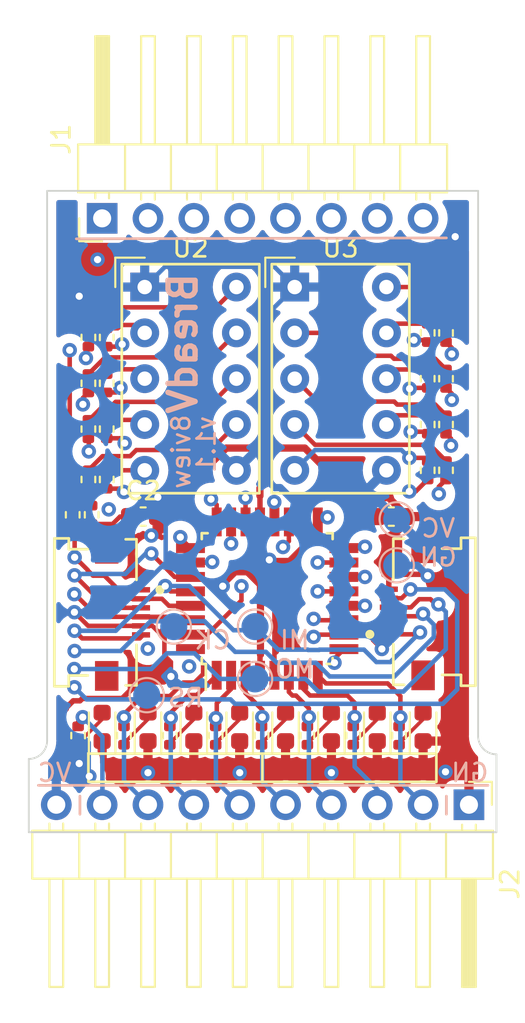
<source format=kicad_pcb>
(kicad_pcb (version 20211014) (generator pcbnew)
  (layers (0 "F.Cu" signal) (1 "In1.Cu" signal) (2 "In2.Cu" signal) (31 "B.Cu" signal) (34 "B.Paste" user) (35 "F.Paste" user) (36 "B.SilkS" user "B.Silkscreen") (37 "F.SilkS" user "F.Silkscreen") (38 "B.Mask" user) (39 "F.Mask" user) (44 "Edge.Cuts" user))
  (net 0 "")
  (net 1 "/in0")
  (net 2 "/in1")
  (net 3 "/in2")
  (net 4 "/in3")
  (net 5 "/in4")
  (net 6 "/in5")
  (net 7 "/in6")
  (net 8 "/in7")
  (net 9 "+5V")
  (net 10 "GND")
  (net 11 "Net-(R9-Pad2)")
  (net 12 "/ISP_MISO")
  (net 13 "/ISP_SCK")
  (net 14 "/ISP_MOSI")
  (net 15 "/ISP_RST")
  (net 16 "Net-(D1-Pad2)")
  (net 17 "Net-(D2-Pad2)")
  (net 18 "Net-(D3-Pad2)")
  (net 19 "Net-(D4-Pad2)")
  (net 20 "Net-(D5-Pad2)")
  (net 21 "Net-(D6-Pad2)")
  (net 22 "Net-(D7-Pad2)")
  (net 23 "Net-(D8-Pad2)")
  (net 24 "Net-(R11-Pad2)")
  (net 25 "Net-(R12-Pad2)")
  (net 26 "Net-(R13-Pad2)")
  (net 27 "Net-(R14-Pad2)")
  (net 28 "Net-(R15-Pad2)")
  (net 29 "Net-(R16-Pad2)")
  (net 30 "Net-(R17-Pad2)")
  (net 31 "Net-(R18-Pad2)")
  (net 32 "Net-(R19-Pad2)")
  (net 33 "Net-(R20-Pad2)")
  (net 34 "Net-(R21-Pad2)")
  (net 35 "Net-(R22-Pad2)")
  (net 36 "Net-(R23-Pad2)")
  (net 37 "Net-(R24-Pad2)")
  (net 38 "Net-(R25-Pad2)")
  (net 39 "/D1_I1")
  (net 40 "/D1_I2")
  (net 41 "/D1_I3")
  (net 42 "/D1_I4")
  (net 43 "/D1_I5")
  (net 44 "/D1_I6")
  (net 45 "/D1_I7")
  (net 46 "/D1_I8")
  (net 47 "/D2_I1")
  (net 48 "/D2_I2")
  (net 49 "/D2_I3")
  (net 50 "/D2_I4")
  (net 51 "/D2_I5")
  (net 52 "/D2_I6")
  (net 53 "/D2_I7")
  (net 54 "/D2_I8")
  (net 55 "Net-(R26-Pad2)")
  (footprint "Resistor_SMD:R_0402_1005Metric" (layer "F.Cu") (at 137.668 127.508 90)
    (fp_text reference "R12" hide)
    (fp_text value "1k" hide)
  )
  (footprint "Resistor_SMD:R_0402_1005Metric" (layer "F.Cu") (at 137.668 130.048 90)
    (fp_text reference "R13" hide)
    (fp_text value "1k" hide)
  )
  (footprint "Connector_PinHeader_2.54mm:PinHeader_1x08_P2.54mm_Horizontal" (layer "F.Cu") (at 138.43 118.364 90)
    (fp_text reference "J1")
    (fp_text value "Conn_01x10_Female")
  )
  (footprint "LED_SMD:LED_0603_1608Metric" (layer "F.Cu") (at 146.05 146.558 90)
    (fp_text reference "D4" hide)
    (fp_text value "GREEN" hide)
  )
  (footprint "Resistor_SMD:R_0402_1005Metric" (layer "F.Cu") (at 149.8 147.04 90)
    (fp_text reference "R6" hide)
    (fp_text value "1k5" hide)
  )
  (footprint "Display_7Segment:HDSP-A151" (layer "F.Cu") (at 140.7885 122.174)
    (fp_text reference "U2")
    (fp_text value "HDSP-A151" hide)
  )
  (footprint "Package_QFP:TQFP-32_7x7mm_P0.8mm" (layer "F.Cu") (at 147.574 139.446 90)
    (fp_text reference "U1" hide)
    (fp_text value "ATtiny828-A")
  )
  (footprint "Resistor_SMD:R_0402_1005Metric" (layer "F.Cu") (at 157.48 129.794 90)
    (fp_text reference "R25" hide)
    (fp_text value "1k" hide)
  )
  (footprint "Resistor_SMD:R_0402_1005Metric" (layer "F.Cu") (at 157.48 132.334 90)
    (fp_text reference "R23" hide)
    (fp_text value "1k" hide)
  )
  (footprint "Resistor_SMD:R_0402_1005Metric" (layer "F.Cu") (at 156.464 127.254 90)
    (fp_text reference "R21" hide)
    (fp_text value "1k" hide)
  )
  (footprint "Resistor_SMD:R_0402_1005Metric" (layer "F.Cu") (at 157.48 127.254 90)
    (fp_text reference "R24" hide)
    (fp_text value "1k" hide)
  )
  (footprint "Resistor_SMD:R_0402_1005Metric" (layer "F.Cu") (at 152.34 147.038 90)
    (fp_text reference "R7" hide)
    (fp_text value "1k5" hide)
  )
  (footprint "Resistor_SMD:R_0402_1005Metric" (layer "F.Cu") (at 154.88 147.04 90)
    (fp_text reference "R8" hide)
    (fp_text value "1k5" hide)
  )
  (footprint "ffc:Molex-54550-0671-Manufacturer_Recommended" (layer "F.Cu") (at 139.633998 140.208 -90)
    (fp_text reference "J4" hide)
    (fp_text value "Conn_01x06_Female" hide)
  )
  (footprint "Resistor_SMD:R_0402_1005Metric" (layer "F.Cu") (at 156.464 129.794 90)
    (fp_text reference "R26" hide)
    (fp_text value "1k" hide)
  )
  (footprint "Resistor_SMD:R_0402_1005Metric" (layer "F.Cu") (at 137.668 124.968 90)
    (fp_text reference "R11" hide)
    (fp_text value "1k" hide)
  )
  (footprint "LED_SMD:LED_0603_1608Metric" (layer "F.Cu") (at 138.43 146.558 90)
    (fp_text reference "D1" hide)
    (fp_text value "GREEN" hide)
  )
  (footprint "Resistor_SMD:R_0402_1005Metric" (layer "F.Cu") (at 137.1 147.04 90)
    (fp_text reference "R1" hide)
    (fp_text value "1k5" hide)
  )
  (footprint "Resistor_SMD:R_0402_1005Metric" (layer "F.Cu") (at 157.48 124.714 90)
    (fp_text reference "R19" hide)
    (fp_text value "1k" hide)
  )
  (footprint "Resistor_SMD:R_0402_1005Metric" (layer "F.Cu") (at 136.8 134.8 -90)
    (fp_text reference "R10" hide)
    (fp_text value "1k5" hide)
  )
  (footprint "ffc:Molex-54550-0671-Manufacturer_Recommended" (layer "F.Cu") (at 155.260002 140.176999 90)
    (fp_text reference "J3" hide)
    (fp_text value "Conn_01x06_Female" hide)
  )
  (footprint "Resistor_SMD:R_0402_1005Metric" (layer "F.Cu") (at 139.64 147.038 90)
    (fp_text reference "R2" hide)
    (fp_text value "1k5" hide)
  )
  (footprint "Resistor_SMD:R_0402_1005Metric" (layer "F.Cu") (at 156.464 124.714 90)
    (fp_text reference "R20" hide)
    (fp_text value "1k" hide)
  )
  (footprint "LED_SMD:LED_0603_1608Metric" (layer "F.Cu") (at 148.59 146.558 90)
    (fp_text reference "D5" hide)
    (fp_text value "RED" hide)
  )
  (footprint "Resistor_SMD:R_0402_1005Metric" (layer "F.Cu") (at 144.72 147.04 90)
    (fp_text reference "R4" hide)
    (fp_text value "1k5" hide)
  )
  (footprint "Display_7Segment:HDSP-A151" (layer "F.Cu") (at 149.098 122.174)
    (fp_text reference "U3")
    (fp_text value "HDSP-A151" hide)
  )
  (footprint "Resistor_SMD:R_0402_1005Metric" (layer "F.Cu") (at 138.684 127.508 90)
    (fp_text reference "R17" hide)
    (fp_text value "1k" hide)
  )
  (footprint "Resistor_SMD:R_0402_1005Metric" (layer "F.Cu") (at 138.684 132.842 90)
    (fp_text reference "R14" hide)
    (fp_text value "1k" hide)
  )
  (footprint "Resistor_SMD:R_0402_1005Metric" (layer "F.Cu") (at 138.684 124.968 90)
    (fp_text reference "R16" hide)
    (fp_text value "1k" hide)
  )
  (footprint "Resistor_SMD:R_0402_1005Metric" (layer "F.Cu") (at 147.26 147.04 90)
    (fp_text reference "R5" hide)
    (fp_text value "1k5" hide)
  )
  (footprint "LED_SMD:LED_0603_1608Metric" (layer "F.Cu") (at 151.13 146.558 90)
    (fp_text reference "D6" hide)
    (fp_text value "RED" hide)
  )
  (footprint "Resistor_SMD:R_0402_1005Metric" (layer "F.Cu") (at 142.18 147.04 90)
    (fp_text reference "R3" hide)
    (fp_text value "1k5" hide)
  )
  (footprint "Resistor_SMD:R_0402_1005Metric" (layer "F.Cu") (at 156.464 132.334 90)
    (fp_text reference "R22" hide)
    (fp_text value "1k" hide)
  )
  (footprint "LED_SMD:LED_0603_1608Metric" (layer "F.Cu") (at 156.21 146.558 90)
    (fp_text reference "D8" hide)
    (fp_text value "RED" hide)
  )
  (footprint "LED_SMD:LED_0603_1608Metric" (layer "F.Cu") (at 140.97 146.558 90)
    (fp_text reference "D2" hide)
    (fp_text value "GREEN" hide)
  )
  (footprint "Capacitor_SMD:C_0603_1608Metric" (layer "F.Cu") (at 140.7 134.9)
    (fp_text reference "C2")
    (fp_text value "1p")
  )
  (footprint "Capacitor_SMD:C_0603_1608Metric" (layer "F.Cu") (at 154.45 134.9)
    (fp_text reference "C1" hide)
    (fp_text value "1p" hide)
  )
  (footprint "Resistor_SMD:R_0402_1005Metric" (layer "F.Cu") (at 137.668 132.842 90)
    (fp_text reference "R18" hide)
    (fp_text value "1k" hide)
  )
  (footprint "LED_SMD:LED_0603_1608Metric" (layer "F.Cu") (at 143.51 146.558 90)
    (fp_text reference "D3" hide)
    (fp_text value "GREEN" hide)
  )
  (footprint "Resistor_SMD:R_0402_1005Metric" (layer "F.Cu") (at 137.85 134.8 90)
    (fp_text reference "R9" hide)
    (fp_text value "1k5" hide)
  )
  (footprint "LED_SMD:LED_0603_1608Metric" (layer "F.Cu") (at 153.67 146.558 90)
    (fp_text reference "D7" hide)
    (fp_text value "RED" hide)
  )
  (footprint "Resistor_SMD:R_0402_1005Metric" (layer "F.Cu") (at 138.684 130.048 90)
    (fp_text reference "R15" hide)
    (fp_text value "1k" hide)
  )
  (footprint "Connector_PinHeader_2.54mm:PinHeader_1x10_P2.54mm_Horizontal" (layer "F.Cu") (at 158.75 150.876 -90)
    (fp_text reference "J2")
    (fp_text value "Conn_01x10_Female")
  )
  (footprint "TestPoint:TestPoint_Pad_D1.5mm" (layer "B.Cu") (at 154.75 135.05 180)
    (fp_text reference "TP2" hide)
    (fp_text value "TestPoint" hide)
  )
  (footprint "TestPoint:TestPoint_Pad_D1.5mm" (layer "B.Cu") (at 140.9 144.8 180)
    (fp_text reference "TP5" hide)
    (fp_text value "TestPoint" hide)
  )
  (footprint "TestPoint:TestPoint_Pad_D1.5mm" (layer "B.Cu") (at 146.9 143.9 180)
    (fp_text reference "TP4" hide)
    (fp_text value "TestPoint" hide)
  )
  (footprint "TestPoint:TestPoint_Pad_D1.5mm" (layer "B.Cu") (at 154.75 137.6 180)
    (fp_text reference "TP6" hide)
    (fp_text value "TestPoint" hide)
  )
  (footprint "TestPoint:TestPoint_Pad_D1.5mm" (layer "B.Cu") (at 146.9 141 180)
    (fp_text reference "TP1" hide)
    (fp_text value "TestPoint" hide)
  )
  (footprint "TestPoint:TestPoint_Pad_D1.5mm" (layer "B.Cu") (at 142.4 141 180)
    (fp_text reference "TP3" hide)
    (fp_text value "TestPoint" hide)
  )
  (gr_line (start 157.5 150.4) (end 157.5 151.4) (layer "B.SilkS") (width 0.15))
  (gr_line (start 137.2 150.4) (end 137.2 151.4) (layer "B.SilkS") (width 0.15))
  (gr_line (start 137 119.5) (end 157.5 119.45) (layer "B.SilkS") (width 0.15))
  (gr_line (start 135.3 149.8) (end 134.9 149.8) (layer "B.SilkS") (width 0.15))
  (gr_line (start 135.3 149.8) (end 159.8 149.8) (layer "B.SilkS") (width 0.15))
  (gr_rect (start 156.945 148.043) (end 137.668 149.606) (layer "F.SilkS") (width 0.15) (fill none))
  (gr_rect (start 147.3065 148.043) (end 147.3065 149.606) (layer "F.SilkS") (width 0.15) (fill none))
  (gr_line (start 135.382 147.32) (end 135.382 116.84) (layer "Edge.Cuts") (width 0.1))
  (gr_line (start 159.258 116.84) (end 159.258 147.066) (layer "Edge.Cuts") (width 0.1))
  (gr_line (start 135.382 116.84) (end 159.258 116.84) (layer "Edge.Cuts") (width 0.1))
  (gr_line (start 160.274 148.082) (end 160.274 152.4) (layer "Edge.Cuts") (width 0.1))
  (gr_arc (start 160.274 148.082) (mid 159.55558 147.78442) (end 159.258 147.066) (layer "Edge.Cuts") (width 0.1))
  (gr_line (start 134.366 152.4) (end 134.366 148.336) (layer "Edge.Cuts") (width 0.1))
  (gr_line (start 160.274 152.4) (end 134.366 152.4) (layer "Edge.Cuts") (width 0.1))
  (gr_arc (start 135.382 147.32) (mid 135.08442 148.03842) (end 134.366 148.336) (layer "Edge.Cuts") (width 0.1))
  (gr_text "VC" (at 135.8 149.1) (layer "B.SilkS") (effects (font (size 1 1)) (justify mirror)))
  (gr_text "RS" (at 143.05 144.95) (layer "B.SilkS") (effects (font (size 1 1)) (justify mirror)))
  (gr_text "CK" (at 144.55 141.75) (layer "B.SilkS") (effects (font (size 1 1)) (justify mirror)))
  (gr_text "MI\nMO" (at 149.1 142.55) (layer "B.SilkS") (effects (font (size 1 1)) (justify mirror)))
  (gr_text "8view\n" (at 142.8 131.3 90) (layer "B.SilkS") (effects (font (size 1 1)) (justify mirror)))
  (gr_text "VC\nGN" (at 157.05 136.35) (layer "B.SilkS") (effects (font (size 1 1)) (justify mirror)))
  (gr_text "BreadV" (at 142.9 125.3 90) (layer "B.SilkS") (effects (font (size 1.5 1.5) (thickness 0.3)) (justify mirror)))
  (gr_text "GN" (at 158.8 149.1) (layer "B.SilkS") (effects (font (size 1 1)) (justify mirror)))
  (gr_text "v1.1" (at 144.2 130.9 90) (layer "B.SilkS") (effects (font (size 1 1)) (justify mirror)))
  (segment (start 146.1477 138.758772) (end 146.1477 139.5473) (width 0.25) (layer "F.Cu") (net 1))
  (segment (start 137.1 146.277457) (end 137.1 146.53) (width 0.25) (layer "F.Cu") (net 1))
  (segment (start 144.249 141.446) (end 143.324 141.446) (width 0.25) (layer "F.Cu") (net 1))
  (segment (start 146.1477 139.5473) (end 144.249 141.446) (width 0.25) (layer "F.Cu") (net 1))
  (segment (start 137.356128 146.021329) (end 137.1 146.277457) (width 0.25) (layer "F.Cu") (net 1))
  (segment (start 137.186671 146.021329) (end 137.16 146.048) (width 0.25) (layer "F.Cu") (net 1))
  (segment (start 137.356128 146.021329) (end 137.186671 146.021329) (width 0.25) (layer "F.Cu") (net 1))
  (via (at 146.1477 138.758772) (size 0.8) (drill 0.4) (layers "F.Cu" "B.Cu") (net 1))
  (via (at 137.356128 146.021329) (size 0.8) (drill 0.4) (layers "F.Cu" "B.Cu") (net 1))
  (segment (start 138.445 147.110201) (end 138.445 150.032) (width 0.25) (layer "B.Cu") (net 1))
  (segment (start 137.356128 146.021329) (end 138.445 147.110201) (width 0.25) (layer "B.Cu") (net 1))
  (segment (start 143.550305 144.1) (end 144.021802 143.628503) (width 0.25) (layer "F.Cu") (net 2))
  (segment (start 139.64 146.528) (end 139.64 146.03) (width 0.25) (layer "F.Cu") (net 2))
  (segment (start 142.181802 144.85) (end 142.931802 144.1) (width 0.25) (layer "F.Cu") (net 2))
  (segment (start 139.656 146.046) (end 139.7 146.046) (width 0.25) (layer "F.Cu") (net 2))
  (segment (start 144.021802 143.628503) (end 144.021802 142.943802) (width 0.25) (layer "F.Cu") (net 2))
  (segment (start 139.64 146.03) (end 139.656 146.046) (width 0.25) (layer "F.Cu") (net 2))
  (segment (start 139.7 145.796521) (end 140.646521 144.85) (width 0.25) (layer "F.Cu") (net 2))
  (segment (start 139.7 146.046) (end 139.7 145.796521) (width 0.25) (layer "F.Cu") (net 2))
  (segment (start 140.646521 144.85) (end 142.181802 144.85) (width 0.25) (layer "F.Cu") (net 2))
  (segment (start 144.021802 142.943802) (end 143.324 142.246) (width 0.25) (layer "F.Cu") (net 2))
  (segment (start 142.931802 144.1) (end 143.550305 144.1) (width 0.25) (layer "F.Cu") (net 2))
  (via (at 139.64 146.03) (size 0.8) (drill 0.4) (layers "F.Cu" "B.Cu") (net 2))
  (segment (start 139.64 146.03) (end 139.64 149.546) (width 0.25) (layer "B.Cu") (net 2))
  (segment (start 139.64 149.546) (end 140.97 150.876) (width 0.25) (layer "B.Cu") (net 2))
  (segment (start 143.21 144.79) (end 143.68 144.79) (width 0.25) (layer "F.Cu") (net 3))
  (segment (start 143.68 144.79) (end 144.774 143.696) (width 0.25) (layer "F.Cu") (net 3))
  (segment (start 142.23 146.051201) (end 142.18 146.101201) (width 0.25) (layer "F.Cu") (net 3))
  (segment (start 142.23 146.051201) (end 142.23 145.77) (width 0.25) (layer "F.Cu") (net 3))
  (segment (start 142.23 145.77) (end 143.21 144.79) (width 0.25) (layer "F.Cu") (net 3))
  (segment (start 142.18 146.101201) (end 142.18 146.53) (width 0.25) (layer "F.Cu") (net 3))
  (via (at 142.23 146.051201) (size 0.8) (drill 0.4) (layers "F.Cu" "B.Cu") (net 3))
  (segment (start 142.23 149.596) (end 143.51 150.876) (width 0.25) (layer "B.Cu") (net 3))
  (segment (start 142.23 146.051201) (end 142.23 149.596) (width 0.25) (layer "B.Cu") (net 3))
  (segment (start 144.762 146.048) (end 144.73 146.08) (width 0.25) (layer "F.Cu") (net 4))
  (segment (start 145.574 144.456) (end 144.78 145.25) (width 0.25) (layer "F.Cu") (net 4))
  (segment (start 144.78 145.25) (end 144.78 146.048) (width 0.25) (layer "F.Cu") (net 4))
  (segment (start 144.78 146.048) (end 144.762 146.048) (width 0.25) (layer "F.Cu") (net 4))
  (segment (start 144.72 146.09) (end 144.73 146.08) (width 0.25) (layer "F.Cu") (net 4))
  (segment (start 145.574 143.696) (end 145.574 144.456) (width 0.25) (layer "F.Cu") (net 4))
  (segment (start 144.72 146.53) (end 144.72 146.09) (width 0.25) (layer "F.Cu") (net 4))
  (via (at 144.73 146.08) (size 0.8) (drill 0.4) (layers "F.Cu" "B.Cu") (net 4))
  (segment (start 144.73 149.556) (end 146.05 150.876) (width 0.25) (layer "B.Cu") (net 4))
  (segment (start 144.73 146.08) (end 144.73 149.556) (width 0.25) (layer "B.Cu") (net 4))
  (segment (start 147.26 146.53) (end 147.26 146.06) (width 0.25) (layer "F.Cu") (net 5))
  (segment (start 147.3 145.61) (end 146.374 144.684) (width 0.25) (layer "F.Cu") (net 5))
  (segment (start 146.374 144.684) (end 146.374 143.696) (width 0.25) (layer "F.Cu") (net 5))
  (segment (start 147.3 146.02) (end 147.3 145.61) (width 0.25) (layer "F.Cu") (net 5))
  (via (at 147.3 146.02) (size 0.8) (drill 0.4) (layers "F.Cu" "B.Cu") (net 5))
  (segment (start 147.3 149.586) (end 148.59 150.876) (width 0.25) (layer "B.Cu") (net 5))
  (segment (start 147.3 146.02) (end 147.3 149.586) (width 0.25) (layer "B.Cu") (net 5))
  (segment (start 149.881701 146.021701) (end 149.881701 145.531701) (width 0.25) (layer "F.Cu") (net 6))
  (segment (start 149.881701 145.531701) (end 149.171 144.821) (width 0.25) (layer "F.Cu") (net 6))
  (segment (start 148.974 144.821) (end 148.774 144.621) (width 0.25) (layer "F.Cu") (net 6))
  (segment (start 148.774 144.621) (end 148.774 143.696) (width 0.25) (layer "F.Cu") (net 6))
  (segment (start 149.171 144.821) (end 148.974 144.821) (width 0.25) (layer "F.Cu") (net 6))
  (via (at 149.881701 146.021701) (size 0.8) (drill 0.4) (layers "F.Cu" "B.Cu") (net 6))
  (segment (start 149.881701 146.021701) (end 149.881701 149.627701) (width 0.25) (layer "B.Cu") (net 6))
  (segment (start 149.881701 149.627701) (end 151.13 150.876) (width 0.25) (layer "B.Cu") (net 6))
  (segment (start 152.34 146.528) (end 152.34 146.1) (width 0.25) (layer "F.Cu") (net 7))
  (segment (start 152.42 146.02) (end 152.42 145.22) (width 0.25) (layer "F.Cu") (net 7))
  (segment (start 152.4 146.046) (end 152.4 146.04) (width 0.25) (layer "F.Cu") (net 7))
  (segment (start 152.021 144.821) (end 149.945 144.821) (width 0.25) (layer "F.Cu") (net 7))
  (segment (start 149.574 144.45) (end 149.574 143.696) (width 0.25) (layer "F.Cu") (net 7))
  (segment (start 152.34 146.1) (end 152.42 146.02) (width 0.25) (layer "F.Cu") (net 7))
  (segment (start 152.42 145.22) (end 152.021 144.821) (width 0.25) (layer "F.Cu") (net 7))
  (segment (start 149.945 144.821) (end 149.574 144.45) (width 0.25) (layer "F.Cu") (net 7))
  (via (at 152.42 146.02) (size 0.8) (drill 0.4) (layers "F.Cu" "B.Cu") (net 7))
  (segment (start 152.42 146.02) (end 152.42 148.767) (width 0.25) (layer "B.Cu") (net 7))
  (segment (start 152.42 148.767) (end 153.685 150.032) (width 0.25) (layer "B.Cu") (net 7))
  (segment (start 154.951701 146.031701) (end 154.951701 144.851701) (width 0.25) (layer "F.Cu") (net 8))
  (segment (start 150.828 144.15) (end 150.374 143.696) (width 0.25) (layer "F.Cu") (net 8))
  (segment (start 154.88 146.53) (end 154.88 146.103402) (width 0.25) (layer "F.Cu") (net 8))
  (segment (start 154.951701 144.851701) (end 154.25 144.15) (width 0.25) (layer "F.Cu") (net 8))
  (segment (start 154.25 144.15) (end 150.828 144.15) (width 0.25) (layer "F.Cu") (net 8))
  (segment (start 154.88 146.103402) (end 154.951701 146.031701) (width 0.25) (layer "F.Cu") (net 8))
  (via (at 154.951701 146.031701) (size 0.8) (drill 0.4) (layers "F.Cu" "B.Cu") (net 8))
  (segment (start 154.951701 149.617701) (end 156.21 150.876) (width 0.25) (layer "B.Cu") (net 8))
  (segment (start 154.951701 146.031701) (end 154.951701 149.617701) (width 0.25) (layer "B.Cu") (net 8))
  (segment (start 146.479071 137.958772) (end 147.2 138.679701) (width 0.4) (layer "F.Cu") (net 9))
  (segment (start 149.749 134.046) (end 149.754 134.046) (width 0.3) (layer "F.Cu") (net 9))
  (segment (start 148.813952 137.386048) (end 149.6 136.6) (width 0.4) (layer "F.Cu") (net 9))
  (segment (start 136.1 148.34) (end 136.1 145.84) (width 0.4) (layer "F.Cu") (net 9))
  (segment (start 149.574 134.221) (end 149.749 134.046) (width 0.3) (layer "F.Cu") (net 9))
  (segment (start 140.761385 143.764) (end 139.542385 144.983) (width 0.3) (layer "F.Cu") (net 9))
  (segment (start 139.009518 135.31) (end 137.85 135.31) (width 0.25) (layer "F.Cu") (net 9))
  (segment (start 147.691299 137.296701) (end 147.780646 137.386048) (width 0.4) (layer "F.Cu") (net 9))
  (segment (start 149.606 135.228) (end 149.574 135.196) (width 0.25) (layer "F.Cu") (net 9))
  (segment (start 142.24 143.764) (end 140.761385 143.764) (width 0.3) (layer "F.Cu") (net 9))
  (segment (start 150 133.8) (end 150.05 133.8) (width 0.3) (layer "F.Cu") (net 9))
  (segment (start 139.419518 134.9) (end 139.009518 135.31) (width 0.25) (layer "F.Cu") (net 9))
  (segment (start 136.89431 140.199936) (end 137.652374 140.958) (width 0.25) (layer "F.Cu") (net 9))
  (segment (start 147.780646 137.386048) (end 148.813952 137.386048) (width 0.4) (layer "F.Cu") (net 9))
  (segment (start 139.542385 144.983) (end 137.334112 144.983) (width 0.3) (layer "F.Cu") (net 9))
  (segment (start 145.11 138.64) (end 145.65 138.1) (width 0.4) (layer "F.Cu") (net 9))
  (segment (start 153.436 140.95) (end 153.453 140.933) (width 0.25) (layer "F.Cu") (net 9))
  (segment (start 140.116117 134.9) (end 139.925 134.9) (width 0.4) (layer "F.Cu") (net 9))
  (segment (start 141.5155 133.8255) (end 141.190617 133.8255) (width 0.4) (layer "F.Cu") (net 9))
  (segment (start 139.925 134.9) (end 139.419518 134.9) (width 0.25) (layer "F.Cu") (net 9))
  (segment (start 145.11 138.758772) (end 145.11 138.64) (width 0.4) (layer "F.Cu") (net 9))
  (segment (start 136.1 145.84) (end 136.398 145.542) (width 0.4) (layer "F.Cu") (net 9))
  (segment (start 141.211999 140.957999) (end 140.583999 140.957999) (width 0.25) (layer "F.Cu") (net 9))
  (segment (start 142.24 142.960996) (end 141.879502 142.600498) (width 0.25) (layer "F.Cu") (net 9))
  (segment (start 136.827001 145.112999) (end 136.398 145.542) (width 0.3) (layer "F.Cu") (net 9))
  (segment (start 153.436 141.752) (end 153.436 140.95) (width 0.25) (layer "F.Cu") (net 9))
  (segment (start 142.24 143.764) (end 142.24 142.960996) (width 0.25) (layer "F.Cu") (net 9))
  (segment (start 145.65 138.1) (end 145.791228 137.958772) (width 0.4) (layer "F.Cu") (net 9))
  (segment (start 135.89 150.876) (end 135.89 148.55) (width 0.4) (layer "F.Cu") (net 9))
  (segment (start 137.334112 144.983) (end 137.204113 145.112999) (width 0.3) (layer "F.Cu") (net 9))
  (segment (start 152.55 134.9) (end 151.45 133.8) (width 0.4) (layer "F.Cu") (net 9))
  (segment (start 149.754 134.046) (end 150 133.8) (width 0.3) (layer "F.Cu") (net 9))
  (segment (start 137.204113 145.112999) (end 136.827001 145.112999) (width 0.3) (layer "F.Cu") (net 9))
  (segment (start 141.190617 133.8255) (end 140.116117 134.9) (width 0.4) (layer "F.Cu") (net 9))
  (segment (start 153.675 134.9) (end 152.55 134.9) (width 0.4) (layer "F.Cu") (net 9))
  (segment (start 151.45 133.8) (end 150.45 133.8) (width 0.4) (layer "F.Cu") (net 9))
  (segment (start 141.879502 141.625502) (end 141.211999 140.957999) (width 0.25) (layer "F.Cu") (net 9))
  (segment (start 145.791228 137.958772) (end 146.479071 137.958772) (width 0.4) (layer "F.Cu") (net 9))
  (segment (start 137.7205 149.3) (end 137.7205 149.2795) (width 0.4) (layer "F.Cu") (net 9))
  (segment (start 135.89 148.55) (end 136.1 148.34) (width 0.4) (layer "F.Cu") (net 9))
  (segment (start 149.606 136.454707) (end 149.606 135.228) (width 0.25) (layer "F.Cu") (net 9))
  (segment (start 147.174 142.576) (end 147.174 143.696) (width 0.3) (layer "F.Cu") (net 9))
  (segment (start 153.453 140.933) (end 154.310001 140.933) (width 0.25) (layer "F.Cu") (net 9))
  (segment (start 149.574 135.196) (end 149.574 134.221) (width 0.3) (layer "F.Cu") (net 9))
  (segment (start 137.652374 140.958) (end 140.705 140.958) (width 0.25) (layer "F.Cu") (net 9))
  (segment (start 153.924 142.24) (end 153.436 141.752) (width 0.25) (layer "F.Cu") (net 9))
  (segment (start 141.879502 142.600498) (end 141.879502 141.625502) (width 0.25) (layer "F.Cu") (net 9))
  (segment (start 150.45 133.8) (end 150.05 133.8) (width 0.4) (layer "F.Cu") (net 9))
  (segment (start 147.2 142.55) (end 147.174 142.576) (width 0.3) (layer "F.Cu") (net 9))
  (segment (start 147.2 138.679701) (end 147.2 142.55) (width 0.4) (layer "F.Cu") (net 9))
  (via (at 137.16 122.682) (size 0.8) (drill 0.4) (layers "F.Cu" "B.Cu") (net 9))
  (via (at 142.24 143.764) (size 0.8) (drill 0.4) (layers "F.Cu" "B.Cu") (net 9))
  (via (at 136.89431 140.199936) (size 0.8) (drill 0.4) (layers "F.Cu" "B.Cu") (net 9))
  (via (at 137.7205 149.3) (size 0.8) (drill 0.4) (layers "F.Cu" "B.Cu") (net 9))
  (via (at 141.5155 133.8255) (size 0.8) (drill 0.4) (layers "F.Cu" "B.Cu") (net 9))
  (via (at 153.924 142.24) (size 0.8) (drill 0.4) (layers "F.Cu" "B.Cu") (net 9))
  (via (at 147.691299 137.296701) (size 0.8) (drill 0.4) (layers "F.Cu" "B.Cu") (net 9))
  (via (at 137.16 148.59) (size 0.8) (drill 0.4) (layers "F.Cu" "B.Cu") (net 9))
  (via (at 157.988 119.38) (size 0.8) (drill 0.4) (layers "F.Cu" "B.Cu") (net 9))
  (via (at 145.11 138.758772) (size 0.8) (drill 0.4) (layers "F.Cu" "B.Cu") (net 9))
  (segment (start 147.6 133) (end 147.7 133) (width 0.4) (layer "B.Cu") (net 9))
  (segment (start 153.162 120.396) (end 155.448 120.396) (width 0.25) (layer "B.Cu") (net 9))
  (segment (start 147.973 121.049) (end 141.9135 121.049) (width 0.25) (layer "B.Cu") (net 9))
  (segment (start 151.384 122.174) (end 153.162 120.396) (width 0.25) (layer "B.Cu") (net 9))
  (segment (start 147.7 133) (end 147.991619 133.291619) (width 0.4) (layer "B.Cu") (net 9))
  (segment (start 155.448 120.396) (end 157.226 122.174) (width 0.25) (layer "B.Cu") (net 9))
  (segment (start 147.991619 133.291619) (end 148.296854 133.291619) (width 0.4) (layer "B.Cu") (net 9))
  (segment (start 157.226 122.682) (end 158.524302 123.980302) (width 0.25) (layer "B.Cu") (net 9))
  (segment (start 147.507009 132.334) (end 147.507009 132.907009) (width 0.4) (layer "B.Cu") (net 9))
  (segment (start 147.507009 132.907009) (end 147.6 133) (width 0.4) (layer "B.Cu") (net 9))
  (segment (start 139.200064 140.199936) (end 136.89431 140.199936) (width 0.25) (layer "B.Cu") (net 9))
  (segment (start 149.098 122.174) (end 147.973 121.049) (width 0.25) (layer "B.Cu") (net 9))
  (segment (start 141.9135 121.049) (end 140.7885 122.174) (width 0.25) (layer "B.Cu") (net 9))
  (segment (start 148.296854 133.291619) (end 149.2 134.194765) (width 0.4) (layer "B.Cu") (net 9))
  (segment (start 141.5155 133.8255) (end 141.95 134.26) (width 0.25) (layer "B.Cu") (net 9))
  (segment (start 149.2 134.194765) (end 149.2 134.4) (width 0.4) (layer "B.Cu") (net 9))
  (segment (start 141.95 134.26) (end 141.95 137.45) (width 0.25) (layer "B.Cu") (net 9))
  (segment (start 147.507009 123.764991) (end 147.507009 132.334) (width 0.25) (layer "B.Cu") (net 9))
  (segment (start 141.95 137.45) (end 139.200064 140.199936) (width 0.25) (layer "B.Cu") (net 9))
  (segment (start 149.098 122.174) (end 147.507009 123.764991) (width 0.25) (layer "B.Cu") (net 9))
  (segment (start 149.098 122.174) (end 151.384 122.174) (width 0.25) (layer "B.Cu") (net 9))
  (segment (start 157.226 122.174) (end 157.226 122.682) (width 0.25) (layer "B.Cu") (net 9))
  (segment (start 154.310001 138.926999) (end 154.310001 138.139999) (width 0.3) (layer "F.Cu") (net 10))
  (segment (start 154.3 133.85) (end 155.225 134.775) (width 0.4) (layer "F.Cu") (net 10))
  (segment (start 147.174 135.196) (end 147.174 135.959) (width 0.25) (layer "F.Cu") (net 10))
  (segment (start 147.4 131.5) (end 147.5 131.5) (width 0.4) (layer "F.Cu") (net 10))
  (segment (start 141.9 135.3) (end 141.9 134.9) (width 0.3) (layer "F.Cu") (net 10))
  (segment (start 140.1 137.6) (end 140.583999 138.083999) (width 0.3) (layer "F.Cu") (net 10))
  (segment (start 142.7 134.2) (end 143.3 133.6) (width 0.3) (layer "F.Cu") (net 10))
  (segment (start 150.861538 132.3) (end 151.005 132.3) (width 0.4) (layer "F.Cu") (net 10))
  (segment (start 156.388 138.1) (end 156.464 138.176) (width 0.3) (layer "F.Cu") (net 10))
  (segment (start 141.9 134.9) (end 142.6 134.2) (width 0.3) (layer "F.Cu") (net 10))
  (segment (start 155.225 134.9) (end 155.225 135.275) (width 0.4) (layer "F.Cu") (net 10))
  (segment (start 141.154002 135.950498) (end 140.449502 135.950498) (width 0.3) (layer "F.Cu") (net 10))
  (segment (start 153 133.5) (end 153.35 133.85) (width 0.4) (layer "F.Cu") (net 10))
  (segment (start 144.404962 132) (end 145.304962 131.1) (width 0.4) (layer "F.Cu") (net 10))
  (segment (start 154.310001 138.139999) (end 154.35 138.1) (width 0.3) (layer "F.Cu") (net 10))
  (segment (start 145.304962 131.1) (end 147 131.1) (width 0.4) (layer "F.Cu") (net 10))
  (segment (start 147.5 131.5) (end 147.9 131.1) (width 0.4) (layer "F.Cu") (net 10))
  (segment (start 141.154002 135.950498) (end 141.449502 135.950498) (width 0.3) (layer "F.Cu") (net 10))
  (segment (start 143.3 132.8) (end 144.1 132) (width 0.3) (layer "F.Cu") (net 10))
  (segment (start 147.4 131.5) (end 147.4 133) (width 0.4) (layer "F.Cu") (net 10))
  (segment (start 154.8 135.7) (end 154.65 135.85) (width 0.4) (layer "F.Cu") (net 10))
  (segment (start 141.7 135.5) (end 141.9 135.3) (width 0.3) (layer "F.Cu") (net 10))
  (segment (start 143.3 133.6) (end 143.3 132.8) (width 0.3) (layer "F.Cu") (net 10))
  (segment (start 153.35 133.85) (end 154.3 133.85) (width 0.4) (layer "F.Cu") (net 10))
  (segment (start 155.225 135.275) (end 154.8 135.7) (width 0.4) (layer "F.Cu") (net 10))
  (segment (start 147.174 133.756585) (end 147.174 135.196) (width 0.3) (layer "F.Cu") (net 10))
  (segment (start 155.225 134.775) (end 155.225 134.9) (width 0.4) (layer "F.Cu") (net 10))
  (segment (start 154.35 138.1) (end 156.388 138.1) (width 0.3) (layer "F.Cu") (net 10))
  (segment (start 146.812 137.442) (end 147.974 138.604) (width 0.25) (layer "F.Cu") (net 10))
  (segment (start 147.9 131.1) (end 149.661538 131.1) (width 0.4) (layer "F.Cu") (net 10))
  (segment (start 140.449502 135.950498) (end 140.1 136.3) (width 0.3) (layer "F.Cu") (net 10))
  (segment (start 140.1 136.3) (end 140.1 137.6) (width 0.3) (layer "F.Cu") (net 10))
  (segment (start 141.7 135.7) (end 141.7 135.5) (width 0.3) (layer "F.Cu") (net 10))
  (segment (start 144.1 132) (end 144.404962 132) (width 0.4) (layer "F.Cu") (net 10))
  (segment (start 151.005 132.3) (end 151.8 132.3) (width 0.3) (layer "F.Cu") (net 10))
  (segment (start 147.974 138.604) (end 147.974 143.696) (width 0.25) (layer "F.Cu") (net 10))
  (segment (start 151.8 132.3) (end 153 133.5) (width 0.3) (layer "F.Cu") (net 10))
  (segment (start 146.05 147.3455) (end 146.3675 147.663) (width 0.25) (layer "F.Cu") (net 10))
  (segment (start 147.171573 133.754158) (end 147.174 133.756585) (width 0.3) (layer "F.Cu") (net 10))
  (segment (start 147.2 133.3) (end 147.171573 133.328427) (width 0.4) (layer "F.Cu") (net 10))
  (segment (start 141.449502 135.950498) (end 141.7 135.7) (width 0.3) (layer "F.Cu") (net 10))
  (segment (start 149.661538 131.1) (end 150.861538 132.3) (width 0.4) (layer "F.Cu") (net 10))
  (segment (start 147.4 133.1) (end 147.2 133.3) (width 0.4) (layer "F.Cu") (net 10))
  (segment (start 148.59 147.3455) (end 148.8255 147.3455) (width 0.25) (layer "F.Cu") (net 10))
  (segment (start 153.9055 147.3455) (end 153.67 147.3455) (width 0.25) (layer "F.Cu") (net 10))
  (segment (start 140.583999 138.083999) (end 140.583999 138.957997) (width 0.3) (layer "F.Cu") (net 10))
  (segment (start 147 131.1) (end 147.4 131.5) (width 0.4) (layer "F.Cu") (net 10))
  (segment (start 147.4 133) (end 147.4 133.1) (width 0.4) (layer "F.Cu") (net 10))
  (segment (start 142.6 134.2) (end 142.7 134.2) (width 0.3) (layer "F.Cu") (net 10))
  (segment (start 147.174 135.959) (end 146.812 136.321) (width 0.25) (layer "F.Cu") (net 10))
  (segment (start 147.171573 133.328427) (end 147.171573 133.754158) (width 0.4) (layer "F.Cu") (net 10))
  (segment (start 143.51 147.3455) (end 143.8275 147.663) (width 0.25) (layer "F.Cu") (net 10))
  (segment (start 146.812 136.321) (end 146.812 137.442) (width 0.25) (layer "F.Cu") (net 10))
  (via (at 138.176 120.65) (size 0.8) (drill 0.4) (layers "F.Cu" "B.Cu") (net 10))
  (via (at 156.464 138.176) (size 0.8) (drill 0.4) (layers "F.Cu" "B.Cu") (net 10))
  (via (at 151.13 149.098) (size 0.8) (drill 0.4) (layers "F.Cu" "B.Cu") (net 10))
  (via (at 141.154002 135.950498) (size 0.8) (drill 0.4) (layers "F.Cu" "B.Cu") (net 10))
  (via (at 140.97 149.098) (size 0.8) (drill 0.4) (layers "F.Cu" "B.Cu") (net 10))
  (via (at 146.05 149.098) (size 0.8) (drill 0.4) (layers "F.Cu" "B.Cu") (net 10))
  (via (at 157.45 149.05) (size 0.8) (drill 0.4) (layers "F.Cu" "B.Cu") (net 10))
  (segment (start 154.85 137.6) (end 155.888 137.6) (width 0.4) (layer "B.Cu") (net 10))
  (segment (start 155.888 137.6) (end 156.464 138.176) (width 0.4) (layer "B.Cu") (net 10))
  (segment (start 137.6 134.29) (end 136.95 134.29) (width 0.25) (layer "F.Cu") (net 11))
  (segment (start 154.310001 141.427002) (end 155.932998 141.427002) (width 0.25) (layer "F.Cu") (net 12))
  (segment (start 155.932998 141.427002) (end 156.04 141.32) (width 0.25) (layer "F.Cu") (net 12))
  (segment (start 140.51 141.653) (end 140.705 141.458) (width 0.25) (layer "F.Cu") (net 12))
  (segment (start 142.220272 139.046) (end 143.324 139.046) (width 0.25) (layer "F.Cu") (net 12))
  (segment (start 141.923974 138.749702) (end 142.220272 139.046) (width 0.25) (layer "F.Cu") (net 12))
  (segment (start 137.322776 141.653) (end 140.51 141.653) (width 0.25) (layer "F.Cu") (net 12))
  (segment (start 136.899888 141.230112) (end 137.322776 141.653) (width 0.25) (layer "F.Cu") (net 12))
  (via (at 136.899888 141.230112) (size 0.8) (drill 0.4) (layers "F.Cu" "B.Cu") (net 12))
  (via (at 141.923974 138.749702) (size 0.8) (drill 0.4) (layers "F.Cu" "B.Cu") (net 12))
  (via (at 156.04 141.32) (size 0.8) (drill 0.4) (layers "F.Cu" "B.Cu") (net 12))
  (segment (start 141.923974 138.749702) (end 143.257484 138.749702) (width 0.25) (layer "B.Cu") (net 12))
  (segment (start 154.395 142.965) (end 156.04 141.32) (width 0.25) (layer "B.Cu") (net 12))
  (segment (start 149.844195 142.295004) (end 150.444805 142.295004) (width 0.25) (layer "B.Cu") (net 12))
  (segment (start 139.185888 141.230112) (end 136.899888 141.230112) (width 0.25) (layer "B.Cu") (net 12))
  (segment (start 152.935695 142.277) (end 153.623695 142.965) (width 0.25) (layer "B.Cu") (net 12))
  (segment (start 141.923974 138.749702) (end 141.666298 138.749702) (width 0.25) (layer "B.Cu") (net 12))
  (segment (start 141.666298 138.749702) (end 139.185888 141.230112) (width 0.25) (layer "B.Cu") (net 12))
  (segment (start 145.707782 141.2) (end 147.1 141.2) (width 0.25) (layer "B.Cu") (net 12))
  (segment (start 150.462809 142.277) (end 152.935695 142.277) (width 0.25) (layer "B.Cu") (net 12))
  (segment (start 153.623695 142.965) (end 154.395 142.965) (width 0.25) (layer "B.Cu") (net 12))
  (segment (start 150.444805 142.295004) (end 150.462809 142.277) (width 0.25) (layer "B.Cu") (net 12))
  (segment (start 149.826191 142.277) (end 149.844195 142.295004) (width 0.25) (layer "B.Cu") (net 12))
  (segment (start 147.1 141.2) (end 148.177 142.277) (width 0.25) (layer "B.Cu") (net 12))
  (segment (start 148.177 142.277) (end 149.826191 142.277) (width 0.25) (layer "B.Cu") (net 12))
  (segment (start 143.257484 138.749702) (end 145.707782 141.2) (width 0.25) (layer "B.Cu") (net 12))
  (segment (start 136.920127 139.200448) (end 138.177679 140.458) (width 0.25) (layer "F.Cu") (net 13))
  (segment (start 138.177679 140.458) (end 143.136 140.458) (width 0.25) (layer "F.Cu") (net 13))
  (segment (start 156.067597 140.427001) (end 156.206399 140.288199) (width 0.25) (layer "F.Cu") (net 13))
  (segment (start 154.310001 140.427001) (end 156.067597 140.427001) (width 0.25) (layer "F.Cu") (net 13))
  (segment (start 143.136 140.458) (end 143.324 140.646) (width 0.25) (layer "F.Cu") (net 13))
  (segment (start 136.888925 139.200448) (end 136.920127 139.200448) (width 0.25) (layer "F.Cu") (net 13))
  (via (at 136.906064 142.351446) (size 0.8) (drill 0.4) (layers "F.Cu" "B.Cu") (net 13))
  (via (at 156.206399 140.288199) (size 0.8) (drill 0.4) (layers "F.Cu" "B.Cu") (net 13))
  (via (at 136.888925 139.200448) (size 0.8) (drill 0.4) (layers "F.Cu" "B.Cu") (net 13))
  (segment (start 150.27433 143.002) (end 151.03633 143.764) (width 0.25) (layer "B.Cu") (net 13))
  (segment (start 147.5 142.4) (end 148.102 143.002) (width 0.25) (layer "B.Cu") (net 13))
  (segment (start 154.621305 143.764) (end 156.8031 141.582205) (width 0.25) (layer "B.Cu") (net 13))
  (segment (start 144.1 140.7) (end 145.8 142.4) (width 0.25) (layer "B.Cu") (net 13))
  (segment (start 139.461554 142.351446) (end 141.113 140.7) (width 0.25) (layer "B.Cu") (net 13))
  (segment (start 151.03633 143.764) (end 154.621305 143.764) (width 0.25) (layer "B.Cu") (net 13))
  (segment (start 156.8031 141.582205) (end 156.8031 140.8849) (width 0.25) (layer "B.Cu") (net 13))
  (segment (start 136.906064 142.351446) (end 139.461554 142.351446) (width 0.25) (layer "B.Cu") (net 13))
  (segment (start 148.102 143.002) (end 150.27433 143.002) (width 0.25) (layer "B.Cu") (net 13))
  (segment (start 145.8 142.4) (end 147.5 142.4) (width 0.25) (layer "B.Cu") (net 13))
  (segment (start 141.113 140.7) (end 144.1 140.7) (width 0.25) (layer "B.Cu") (net 13))
  (segment (start 156.8031 140.8849) (end 156.206399 140.288199) (width 0.25) (layer "B.Cu") (net 13))
  (segment (start 139.45 139.958) (end 140.705 139.958) (width 0.25) (layer "F.Cu") (net 14))
  (segment (start 136.899898 138.156328) (end 138.44357 139.7) (width 0.25) (layer "F.Cu") (net 14))
  (segment (start 142.44487 138.246) (end 143.324 138.246) (width 0.25) (layer "F.Cu") (net 14))
  (segment (start 154.316001 139.933) (end 155.537 139.933) (width 0.25) (layer "F.Cu") (net 14))
  (segment (start 156.62 139.48) (end 156.902002 139.762002) (width 0.25) (layer "F.Cu") (net 14))
  (segment (start 139.192 139.7) (end 139.45 139.958) (width 0.25) (layer "F.Cu") (net 14))
  (segment (start 155.99 139.48) (end 156.62 139.48) (width 0.25) (layer "F.Cu") (net 14))
  (segment (start 142.232142 138.02764) (end 142.232142 138.033272) (width 0.25) (layer "F.Cu") (net 14))
  (segment (start 142.232142 138.033272) (end 142.44487 138.246) (width 0.25) (layer "F.Cu") (net 14))
  (segment (start 156.902002 139.762002) (end 157.056175 139.762002) (width 0.25) (layer "F.Cu") (net 14))
  (segment (start 155.537 139.933) (end 155.99 139.48) (width 0.25) (layer "F.Cu") (net 14))
  (segment (start 138.44357 139.7) (end 139.192 139.7) (width 0.25) (layer "F.Cu") (net 14))
  (segment (start 154.310001 139.927) (end 154.316001 139.933) (width 0.25) (layer "F.Cu") (net 14))
  (segment (start 141.154502 136.95) (end 142.232142 138.02764) (width 0.25) (layer "F.Cu") (net 14))
  (via (at 141.154502 136.95) (size 0.8) (drill 0.4) (layers "F.Cu" "B.Cu") (net 14))
  (via (at 136.885962 143.350746) (size 0.8) (drill 0.4) (layers "F.Cu" "B.Cu") (net 14))
  (via (at 136.899898 138.156328) (size 0.8) (drill 0.4) (layers "F.Cu" "B.Cu") (net 14))
  (via (at 157.056175 139.762002) (size 0.8) (drill 0.4) (layers "F.Cu" "B.Cu") (net 14))
  (segment (start 157.467998 140.173825) (end 157.056175 139.762002) (width 0.25) (layer "B.Cu") (net 14))
  (segment (start 136.976273 138.079953) (end 139.716443 138.079953) (width 0.25) (layer "B.Cu") (net 14))
  (segment (start 139.716443 138.079953) (end 140.846396 136.95) (width 0.25) (layer "B.Cu") (net 14))
  (segment (start 141.149254 143.350746) (end 142.0195 142.4805) (width 0.25) (layer "B.Cu") (net 14))
  (segment (start 150.4 144.6) (end 155.12 144.6) (width 0.25) (layer "B.Cu") (net 14))
  (segment (start 140.846396 136.95) (end 141.154502 136.95) (width 0.25) (layer "B.Cu") (net 14))
  (segment (start 142.0195 142.4805) (end 143.550305 142.4805) (width 0.25) (layer "B.Cu") (net 14))
  (segment (start 155.12 144.6) (end 157.467998 142.252002) (width 0.25) (layer "B.Cu") (net 14))
  (segment (start 136.885962 143.350746) (end 141.149254 143.350746) (width 0.25) (layer "B.Cu") (net 14))
  (segment (start 144.969805 143.9) (end 149.7 143.9) (width 0.25) (layer "B.Cu") (net 14))
  (segment (start 136.899898 138.156328) (end 136.976273 138.079953) (width 0.25) (layer "B.Cu") (net 14))
  (segment (start 143.550305 142.4805) (end 144.969805 143.9) (width 0.25) (layer "B.Cu") (net 14))
  (segment (start 157.467998 142.252002) (end 157.467998 140.173825) (width 0.25) (layer "B.Cu") (net 14))
  (segment (start 149.7 143.9) (end 150.4 144.6) (width 0.25) (layer "B.Cu") (net 14))
  (segment (start 137.200203 137.431328) (end 137.624898 137.856023) (width 0.25) (layer "F.Cu") (net 15))
  (segment (start 137.925175 138.176) (end 138.558396 138.176) (width 0.25) (layer "F.Cu") (net 15))
  (segment (start 137.180503 137.431328) (end 137.200203 137.431328) (width 0.25) (layer "F.Cu") (net 15))
  (segment (start 136.906019 135.353981) (end 136.906019 137.156844) (width 0.25) (layer "F.Cu") (net 15))
  (segment (start 136.906019 137.156844) (end 137.180503 137.431328) (width 0.25) (layer "F.Cu") (net 15))
  (segment (start 137.624898 137.875723) (end 137.925175 138.176) (width 0.25) (layer "F.Cu") (net 15))
  (segment (start 139.840396 139.458) (end 141.744 139.458) (width 0.25) (layer "F.Cu") (net 15))
  (segment (start 155.512692 138.934951) (end 155.020643 139.427) (width 0.25) (layer "F.Cu") (net 15))
  (segment (start 137.624898 137.856023) (end 137.624898 137.875723) (width 0.25) (layer "F.Cu") (net 15))
  (segment (start 141.744 139.458) (end 142.132 139.846) (width 0.25) (layer "F.Cu") (net 15))
  (segment (start 138.558396 138.176) (end 139.840396 139.458) (width 0.25) (layer "F.Cu") (net 15))
  (segment (start 155.020643 139.427) (end 154.310001 139.427) (width 0.25) (layer "F.Cu") (net 15))
  (segment (start 142.132 139.846) (end 143.324 139.846) (width 0.25) (layer "F.Cu") (net 15))
  (via (at 136.906019 137.156844) (size 0.8) (drill 0.4) (layers "F.Cu" "B.Cu") (net 15))
  (via (at 155.512692 138.934951) (size 0.8) (drill 0.4) (layers "F.Cu" "B.Cu") (net 15))
  (via (at 136.893452 144.362999) (size 0.8) (drill 0.4) (layers "F.Cu" "B.Cu") (net 15))
  (segment (start 145.542 145.034) (end 145.788 145.28) (width 0.25) (layer "B.Cu") (net 15))
  (segment (start 136.893452 144.362999) (end 137.564453 145.034) (width 0.25) (layer "B.Cu") (net 15))
  (segment (start 157.3 145.28) (end 158.1 144.48) (width 0.25) (layer "B.Cu") (net 15))
  (segment (start 137.564453 145.034) (end 145.542 145.034) (width 0.25) (layer "B.Cu") (net 15))
  (segment (start 157.414951 138.934951) (end 155.512692 138.934951) (width 0.25) (layer "B.Cu") (net 15))
  (segment (start 158.1 139.62) (end 157.414951 138.934951) (width 0.25) (layer "B.Cu") (net 15))
  (segment (start 158.1 144.48) (end 158.1 139.62) (width 0.25) (layer "B.Cu") (net 15))
  (segment (start 145.788 145.28) (end 157.3 145.28) (width 0.25) (layer "B.Cu") (net 15))
  (segment (start 138.43 146.135183) (end 138.43 145.7705) (width 0.2) (layer "F.Cu") (net 16))
  (segment (start 137.1 147.465183) (end 138.43 146.135183) (width 0.2) (layer "F.Cu") (net 16))
  (segment (start 138.43 145.7705) (end 138.43 146.101521) (width 0.25) (layer "F.Cu") (net 16))
  (segment (start 139.64 147.463183) (end 140.97 146.133183) (width 0.2) (layer "F.Cu") (net 17))
  (segment (start 139.64 147.548) (end 139.64 147.463183) (width 0.2) (layer "F.Cu") (net 17))
  (segment (start 142.18 147.465183) (end 143.51 146.135183) (width 0.2) (layer "F.Cu") (net 18))
  (segment (start 142.18 147.55) (end 142.18 147.465183) (width 0.2) (layer "F.Cu") (net 18))
  (segment (start 144.72 147.465183) (end 146.05 146.135183) (width 0.2) (layer "F.Cu") (net 19))
  (segment (start 144.72 147.55) (end 144.72 147.465183) (width 0.2) (layer "F.Cu") (net 19))
  (segment (start 147.26 147.55) (end 147.26 147.465183) (width 0.2) (layer "F.Cu") (net 20))
  (segment (start 147.26 147.465183) (end 148.59 146.135183) (width 0.2) (layer "F.Cu") (net 20))
  (segment (start 148.59 146.135183) (end 148.59 145.7705) (width 0.2) (layer "F.Cu") (net 20))
  (segment (start 149.8 147.465183) (end 151.13 146.135183) (width 0.2) (layer "F.Cu") (net 21))
  (segment (start 149.8 147.55) (end 149.8 147.465183) (width 0.2) (layer "F.Cu") (net 21))
  (segment (start 152.34 147.463183) (end 153.67 146.133183) (width 0.2) (layer "F.Cu") (net 22))
  (segment (start 152.34 147.548) (end 152.34 147.463183) (width 0.2) (layer "F.Cu") (net 22))
  (segment (start 154.88 147.55) (end 154.88 147.465183) (width 0.2) (layer "F.Cu") (net 23))
  (segment (start 154.88 147.465183) (end 156.21 146.135183) (width 0.2) (layer "F.Cu") (net 23))
  (segment (start 138.827 123.299) (end 144.7435 123.299) (width 0.25) (layer "F.Cu") (net 24))
  (segment (start 144.7435 123.299) (end 145.8685 122.174) (width 0.25) (layer "F.Cu") (net 24))
  (segment (start 137.668 124.458) (end 138.827 123.299) (width 0.25) (layer "F.Cu") (net 24))
  (segment (start 138.593 126.073) (end 144.5095 126.073) (width 0.25) (layer "F.Cu") (net 25))
  (segment (start 144.5095 126.073) (end 145.8685 124.714) (width 0.25) (layer "F.Cu") (net 25))
  (segment (start 137.668 126.998) (end 138.593 126.073) (width 0.25) (layer "F.Cu") (net 25))
  (segment (start 144.582807 128.539693) (end 145.8685 127.254) (width 0.25) (layer "F.Cu") (net 26))
  (segment (start 137.713462 129.538) (end 138.308462 128.943) (width 0.25) (layer "F.Cu") (net 26))
  (segment (start 138.308462 128.943) (end 138.773 128.943) (width 0.25) (layer "F.Cu") (net 26))
  (segment (start 137.668 129.538) (end 137.713462 129.538) (width 0.25) (layer "F.Cu") (net 26))
  (segment (start 139.176307 128.539693) (end 144.582807 128.539693) (width 0.25) (layer "F.Cu") (net 26))
  (segment (start 138.773 128.943) (end 139.176307 128.539693) (width 0.25) (layer "F.Cu") (net 26))
  (segment (start 140.7865 132.332) (end 140.7885 132.334) (width 0.25) (layer "F.Cu") (net 27))
  (segment (start 138.684 132.332) (end 140.7865 132.332) (width 0.25) (layer "F.Cu") (net 27))
  (segment (start 140.5325 129.538) (end 140.7885 129.794) (width 0.25) (layer "F.Cu") (net 28))
  (segment (start 138.684 129.538) (end 140.5325 129.538) (width 0.25) (layer "F.Cu") (net 28))
  (segment (start 139.297812 124.458) (end 139.479554 124.276258) (width 0.25) (layer "F.Cu") (net 29))
  (segment (start 140.350758 124.276258) (end 140.7885 124.714) (width 0.25) (layer "F.Cu") (net 29))
  (segment (start 138.684 124.458) (end 139.297812 124.458) (width 0.25) (layer "F.Cu") (net 29))
  (segment (start 139.479554 124.276258) (end 140.350758 124.276258) (width 0.25) (layer "F.Cu") (net 29))
  (segment (start 138.948735 126.733265) (end 140.267765 126.733265) (width 0.25) (layer "F.Cu") (net 30))
  (segment (start 138.684 126.998) (end 138.948735 126.733265) (width 0.25) (layer "F.Cu") (net 30))
  (segment (start 140.267765 126.733265) (end 140.7885 127.254) (width 0.25) (layer "F.Cu") (net 30))
  (segment (start 138.45 131.55) (end 139.981509 131.55) (width 0.25) (layer "F.Cu") (net 31))
  (segment (start 139.981509 131.55) (end 140.322509 131.209) (width 0.25) (layer "F.Cu") (net 31))
  (segment (start 137.668 132.332) (end 138.45 131.55) (width 0.25) (layer "F.Cu") (net 31))
  (segment (start 140.322509 131.209) (end 144.4535 131.209) (width 0.25) (layer "F.Cu") (net 31))
  (segment (start 144.4535 131.209) (end 145.8685 129.794) (width 0.25) (layer "F.Cu") (net 31))
  (segment (start 155.448 122.174) (end 154.178 122.174) (width 0.25) (layer "F.Cu") (net 32))
  (segment (start 157.478 124.204) (end 155.448 122.174) (width 0.25) (layer "F.Cu") (net 32))
  (segment (start 157.48 124.204) (end 157.478 124.204) (width 0.25) (layer "F.Cu") (net 32))
  (segment (start 154.688 124.204) (end 154.178 124.714) (width 0.25) (layer "F.Cu") (net 33))
  (segment (start 156.464 124.204) (end 154.688 124.204) (width 0.25) (layer "F.Cu") (net 33))
  (segment (start 154.688 126.744) (end 154.178 127.254) (width 0.25) (layer "F.Cu") (net 34))
  (segment (start 156.464 126.744) (end 154.688 126.744) (width 0.25) (layer "F.Cu") (net 34))
  (segment (start 155.448 131.6435) (end 156.2835 131.6435) (width 0.25) (layer "F.Cu") (net 35))
  (segment (start 156.2835 131.6435) (end 156.464 131.824) (width 0.25) (layer "F.Cu") (net 35))
  (via (at 155.448 131.6435) (size 0.8) (drill 0.4) (layers "F.Cu" "B.Cu") (net 35))
  (segment (start 155.0135 131.209) (end 150.223 131.209) (width 0.25) (layer "B.Cu") (net 35))
  (segment (start 155.448 131.6435) (end 155.0135 131.209) (width 0.25) (layer "B.Cu") (net 35))
  (segment (start 150.223 131.209) (end 149.098 132.334) (width 0.25) (layer "B.Cu") (net 35))
  (segment (start 150.223 130.919) (end 149.098 129.794) (width 0.25) (layer "F.Cu") (net 36))
  (segment (start 156.582305 130.919) (end 150.223 130.919) (width 0.25) (layer "F.Cu") (net 36))
  (segment (start 157.48 131.824) (end 157.48 131.816695) (width 0.25) (layer "F.Cu") (net 36))
  (segment (start 157.48 131.816695) (end 156.582305 130.919) (width 0.25) (layer "F.Cu") (net 36))
  (segment (start 157.48 126.744) (end 157.478 126.744) (width 0.25) (layer "F.Cu") (net 37))
  (segment (start 153.162 125.984) (end 151.892 124.714) (width 0.25) (layer "F.Cu") (net 37))
  (segment (start 154.432 125.984) (end 153.162 125.984) (width 0.25) (layer "F.Cu") (net 37))
  (segment (start 151.892 124.714) (end 149.098 124.714) (width 0.25) (layer "F.Cu") (net 37))
  (segment (start 157.478 126.744) (end 156.883 126.149) (width 0.25) (layer "F.Cu") (net 37))
  (segment (start 154.597 126.149) (end 154.432 125.984) (width 0.25) (layer "F.Cu") (net 37))
  (segment (start 156.883 126.149) (end 154.597 126.149) (width 0.25) (layer "F.Cu") (net 37))
  (segment (start 154.609999 128.524) (end 150.368 128.524) (width 0.25) (layer "F.Cu") (net 38))
  (segment (start 154.774999 128.689) (end 154.609999 128.524) (width 0.25) (layer "F.Cu") (net 38))
  (segment (start 156.885 128.689) (end 154.774999 128.689) (width 0.25) (layer "F.Cu") (net 38))
  (segment (start 150.368 128.524) (end 149.098 127.254) (width 0.25) (layer "F.Cu") (net 38))
  (segment (start 157.48 129.284) (end 156.885 128.689) (width 0.25) (layer "F.Cu") (net 38))
  (segment (start 151.299635 142.770365) (end 151.824 142.246) (width 0.25) (layer "F.Cu") (net 39))
  (segment (start 137.53145 126.10995) (end 137.53145 125.61455) (width 0.25) (layer "F.Cu") (net 39))
  (segment (start 151.299635 143.002) (end 151.299635 142.770365) (width 0.25) (layer "F.Cu") (net 39))
  (segment (start 137.53145 125.61455) (end 137.668 125.478) (width 0.25) (layer "F.Cu") (net 39))
  (via (at 137.53145 126.10995) (size 0.8) (drill 0.4) (layers "F.Cu" "B.Cu") (net 39))
  (via (at 151.299635 143.002) (size 0.8) (drill 0.4) (layers "F.Cu" "B.Cu") (net 39))
  (via (at 143.25 143.2055) (size 0.8) (drill 0.4) (layers "F.Cu" "B.Cu") (net 39))
  (segment (start 150.1445 140.570501) (end 150.219999 140.646) (width 0.25) (layer "F.Cu") (net 40))
  (segment (start 137.363731 128.322269) (end 137.668 128.018) (width 0.25) (layer "F.Cu") (net 40))
  (segment (start 150.219999 140.646) (end 151.824 140.646) (width 0.25) (layer "F.Cu") (net 40))
  (segment (start 137.363731 128.678247) (end 137.363731 128.322269) (width 0.25) (layer "F.Cu") (net 40))
  (via (at 140.959667 142.221068) (size 0.8) (drill 0.4) (layers "F.Cu" "B.Cu") (net 40))
  (via (at 137.363731 128.678247) (size 0.8) (drill 0.4) (layers "F.Cu" "B.Cu") (net 40))
  (via (at 150.1445 140.570501) (size 0.8) (drill 0.4) (layers "F.Cu" "B.Cu") (net 40))
  (segment (start 137.690526 130.580526) (end 137.668 130.558) (width 0.25) (layer "F.Cu") (net 41))
  (segment (start 151.824 139.046) (end 150.368 139.045999) (width 0.25) (layer "F.Cu") (net 41))
  (segment (start 137.690526 131.284874) (end 137.690526 130.580526) (width 0.25) (layer "F.Cu") (net 41))
  (via (at 150.368 139.045999) (size 0.8) (drill 0.4) (layers "F.Cu" "B.Cu") (net 41))
  (via (at 137.690526 131.284874) (size 0.8) (drill 0.4) (layers "F.Cu" "B.Cu") (net 41))
  (segment (start 139.634668 133.534668) (end 139.452 133.352) (width 0.25) (layer "F.Cu") (net 42))
  (segment (start 152.9155 136.646) (end 151.824 136.646) (width 0.25) (layer "F.Cu") (net 42))
  (segment (start 152.989002 136.572498) (end 152.9155 136.646) (width 0.25) (layer "F.Cu") (net 42))
  (segment (start 139.452 133.352) (end 138.684 133.352) (width 0.25) (layer "F.Cu") (net 42))
  (via (at 139.634668 133.534668) (size 0.8) (drill 0.4) (layers "F.Cu" "B.Cu") (net 42))
  (via (at 152.989002 136.572498) (size 0.8) (drill 0.4) (layers "F.Cu" "B.Cu") (net 42))
  (segment (start 139.678455 130.8255) (end 139.410955 130.558) (width 0.25) (layer "F.Cu") (net 43))
  (segment (start 139.410955 130.558) (end 138.684 130.558) (width 0.25) (layer "F.Cu") (net 43))
  (segment (start 151.824 138.246) (end 152.989002 138.245999) (width 0.25) (layer "F.Cu") (net 43))
  (via (at 139.678455 130.8255) (size 0.8) (drill 0.4) (layers "F.Cu" "B.Cu") (net 43))
  (via (at 152.989002 138.245999) (size 0.8) (drill 0.4) (layers "F.Cu" "B.Cu") (net 43))
  (segment (start 139.541098 125.3485) (end 139.411598 125.478) (width 0.25) (layer "F.Cu") (net 44))
  (segment (start 139.411598 125.478) (end 138.684 125.478) (width 0.25) (layer "F.Cu") (net 44))
  (segment (start 150.268504 141.446) (end 151.824 141.446) (width 0.25) (layer "F.Cu") (net 44))
  (segment (start 150.1445 141.570004) (end 150.268504 141.446) (width 0.25) (layer "F.Cu") (net 44))
  (via (at 139.541098 125.3485) (size 0.8) (drill 0.4) (layers "F.Cu" "B.Cu") (net 44))
  (via (at 150.1445 141.570004) (size 0.8) (drill 0.4) (layers "F.Cu" "B.Cu") (net 44))
  (segment (start 139.446 127.762) (end 139.19 128.018) (width 0.25) (layer "F.Cu") (net 45))
  (segment (start 139.19 128.018) (end 138.684 128.018) (width 0.25) (layer "F.Cu") (net 45))
  (segment (start 151.824 139.846) (end 152.989002 139.846001) (width 0.25) (layer "F.Cu") (net 45))
  (via (at 152.989002 139.846001) (size 0.8) (drill 0.4) (layers "F.Cu" "B.Cu") (net 45))
  (via (at 139.446 127.762) (size 0.8) (drill 0.4) (layers "F.Cu" "B.Cu") (net 45))
  (segment (start 136.63314 132.31714) (end 136.63314 125.671722) (width 0.25) (layer "F.Cu") (net 46))
  (segment (start 150.368 137.442467) (end 150.371533 137.446) (width 0.25) (layer "F.Cu") (net 46))
  (segment (start 150.371533 137.446) (end 151.824 137.446) (width 0.25) (layer "F.Cu") (net 46))
  (segment (start 137.668 133.352) (end 136.63314 132.31714) (width 0.25) (layer "F.Cu") (net 46))
  (via (at 136.63314 125.671722) (size 0.8) (drill 0.4) (layers "F.Cu" "B.Cu") (net 46))
  (via (at 150.368 137.442467) (size 0.8) (drill 0.4) (layers "F.Cu" "B.Cu") (net 46))
  (via (at 138.796106 134.498107) (size 0.8) (drill 0.4) (layers "F.Cu" "B.Cu") (net 46))
  (segment (start 142.760597 136.082597) (end 143.324 136.646) (width 0.25) (layer "F.Cu") (net 47))
  (segment (start 142.760597 136.039491) (end 142.760597 136.082597) (width 0.25) (layer "F.Cu") (net 47))
  (segment (start 157.799302 125.543302) (end 157.48 125.224) (width 0.25) (layer "F.Cu") (net 47))
  (segment (start 157.799302 125.886882) (end 157.799302 125.543302) (width 0.25) (layer "F.Cu") (net 47))
  (via (at 157.799302 125.886882) (size 0.8) (drill 0.4) (layers "F.Cu" "B.Cu") (net 47))
  (via (at 142.760597 136.039491) (size 0.8) (drill 0.4) (layers "F.Cu" "B.Cu") (net 47))
  (segment (start 155.702 125.1145) (end 156.3545 125.1145) (width 0.25) (layer "F.Cu") (net 48))
  (segment (start 144.526 137.414597) (end 144.494597 137.446) (width 0.25) (layer "F.Cu") (net 48))
  (segment (start 144.494597 137.446) (end 143.324 137.446) (width 0.25) (layer "F.Cu") (net 48))
  (segment (start 156.3545 125.1145) (end 156.464 125.224) (width 0.25) (layer "F.Cu") (net 48))
  (via (at 144.526 137.414597) (size 0.8) (drill 0.4) (layers "F.Cu" "B.Cu") (net 48))
  (via (at 155.702 125.1145) (size 0.8) (drill 0.4) (layers "F.Cu" "B.Cu") (net 48))
  (segment (start 155.4639 127.80633) (end 155.50623 127.764) (width 0.25) (layer "F.Cu") (net 49))
  (segment (start 144.46029 133.932308) (end 144.774 134.246018) (width 0.25) (layer "F.Cu") (net 49))
  (segment (start 144.774 134.246018) (end 144.774 135.196) (width 0.25) (layer "F.Cu") (net 49))
  (segment (start 155.50623 127.764) (end 156.464 127.764) (width 0.25) (layer "F.Cu") (net 49))
  (via (at 144.46029 133.932308) (size 0.8) (drill 0.4) (layers "F.Cu" "B.Cu") (net 49))
  (via (at 155.4639 127.80633) (size 0.8) (drill 0.4) (layers "F.Cu" "B.Cu") (net 49))
  (segment (start 146.374 133.860427) (end 146.374 135.196) (width 0.25) (layer "F.Cu") (net 50))
  (segment (start 155.448 133.5035) (end 155.8045 133.5035) (width 0.25) (layer "F.Cu") (net 50))
  (segment (start 146.371573 133.858) (end 146.374 133.860427) (width 0.25) (layer "F.Cu") (net 50))
  (segment (start 155.8045 133.5035) (end 156.464 132.844) (width 0.25) (layer "F.Cu") (net 50))
  (via (at 146.371573 133.858) (size 0.8) (drill 0.4) (layers "F.Cu" "B.Cu") (net 50))
  (via (at 155.448 133.5035) (size 0.8) (drill 0.4) (layers "F.Cu" "B.Cu") (net 50))
  (segment (start 157.079898 133.244102) (end 157.48 132.844) (width 0.25) (layer "F.Cu") (net 51))
  (segment (start 147.965483 134.091619) (end 147.974 134.100136) (width 0.25) (layer "F.Cu") (net 51))
  (segment (start 157.079898 133.6415) (end 157.079898 133.244102) (width 0.25) (layer "F.Cu") (net 51))
  (segment (start 147.974 134.100136) (end 147.974 135.196) (width 0.25) (layer "F.Cu") (net 51))
  (via (at 147.965483 134.091619) (size 0.8) (drill 0.4) (layers "F.Cu" "B.Cu") (net 51))
  (via (at 157.079898 133.6415) (size 0.8) (drill 0.4) (layers "F.Cu" "B.Cu") (net 51))
  (segment (start 157.799302 128.426882) (end 157.799302 128.083302) (width 0.25) (layer "F.Cu") (net 52))
  (segment (start 157.799302 128.083302) (end 157.48 127.764) (width 0.25) (layer "F.Cu") (net 52))
  (segment (start 145.574 135.196) (end 145.573999 136.398) (width 0.25) (layer "F.Cu") (net 52))
  (via (at 157.799302 128.426882) (size 0.8) (drill 0.4) (layers "F.Cu" "B.Cu") (net 52))
  (via (at 145.573999 136.398) (size 0.8) (drill 0.4) (layers "F.Cu" "B.Cu") (net 52))
  (segment (start 150.629701 134.940299) (end 150.9135 134.940299) (width 0.25) (layer "F.Cu") (net 53))
  (segment (start 157.754641 130.95999) (end 157.754641 130.578641) (width 0.25) (layer "F.Cu") (net 53))
  (segment (start 157.754641 130.578641) (end 157.48 130.304) (width 0.25) (layer "F.Cu") (net 53))
  (segment (start 150.374 135.196) (end 150.629701 134.940299) (width 0.25) (layer "F.Cu") (net 53))
  (via (at 150.9135 134.940299) (size 0.8) (drill 0.4) (layers "F.Cu" "B.Cu") (net 53))
  (via (at 157.754641 130.95999) (size 0.8) (drill 0.4) (layers "F.Cu" "B.Cu") (net 53))
  (segment (start 156.3545 130.1945) (end 156.464 130.304) (width 0.25) (layer "F.Cu") (net 54))
  (segment (start 148.774 136.261402) (end 148.449354 136.586048) (width 0.25) (layer "F.Cu") (net 54))
  (segment (start 148.774 135.196) (end 148.774 136.261402) (width 0.25) (layer "F.Cu") (net 54))
  (segment (start 155.518972 130.1945) (end 156.3545 130.1945) (width 0.25) (layer "F.Cu") (net 54))
  (via (at 155.518972 130.1945) (size 0.8) (drill 0.4) (layers "F.Cu" "B.Cu") (net 54))
  (via (at 148.449354 136.586048) (size 0.8) (drill 0.4) (layers "F.Cu" "B.Cu") (net 54))
  (segment (start 154.178 129.794) (end 154.688 129.284) (width 0.25) (layer "F.Cu") (net 55))
  (segment (start 154.688 129.284) (end 156.464 129.284) (width 0.25) (layer "F.Cu") (net 55))
  (zone (net 10) (net_name "GND") (layers "F.Cu" "In1.Cu") (connect_pads (clearance 0.508)) (min_thickness 0.254) (fill yes (thermal_gap 0.508) (thermal_bridge_width 0.508))
    (polygon (pts (xy 159.258 152.4) (xy 135.382 152.4) (xy 135.382 116.84) (xy 159.258 116.84)))
  )
  (zone (net 9) (net_name "+5V") (layer "F.Cu") (priority 1) (connect_pads (clearance 0.508)) (min_thickness 0.254) (fill yes (thermal_gap 0.508) (thermal_bridge_width 0.508))
    (polygon (pts (xy 142.24 140.97) (xy 142.24 142.494) (xy 142.494 143.002) (xy 142.494 145.034) (xy 137.8 145.06) (xy 137.8 149.94) (xy 135.868569 149.680825) (xy 135.89 141.986) (xy 141.478 141.986) (xy 141.478 140.716)))
  )
  (zone (net 9) (net_name "+5V") (layers "In2.Cu" "B.Cu") (connect_pads (clearance 0.508)) (min_thickness 0.254) (fill yes (thermal_gap 0.508) (thermal_bridge_width 0.508))
    (polygon (pts (xy 159.258 152.4) (xy 135.436 152.4) (xy 135.436 116.84) (xy 159.258 116.84)))
  )
)
</source>
